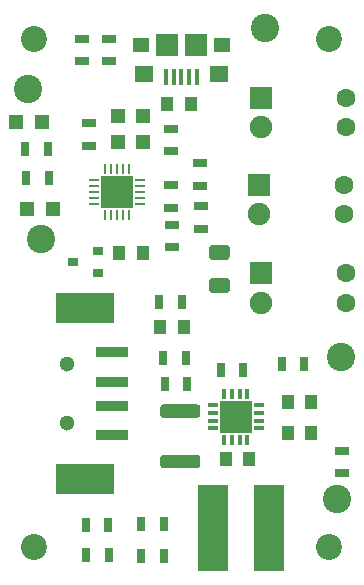
<source format=gts>
G04 #@! TF.GenerationSoftware,KiCad,Pcbnew,5.1.9-73d0e3b20d~88~ubuntu20.04.1*
G04 #@! TF.CreationDate,2021-04-17T15:17:50-04:00*
G04 #@! TF.ProjectId,Antoinette_PowerBank,416e746f-696e-4657-9474-655f506f7765,rev?*
G04 #@! TF.SameCoordinates,Original*
G04 #@! TF.FileFunction,Soldermask,Top*
G04 #@! TF.FilePolarity,Negative*
%FSLAX46Y46*%
G04 Gerber Fmt 4.6, Leading zero omitted, Abs format (unit mm)*
G04 Created by KiCad (PCBNEW 5.1.9-73d0e3b20d~88~ubuntu20.04.1) date 2021-04-17 15:17:50*
%MOMM*%
%LPD*%
G01*
G04 APERTURE LIST*
%ADD10C,2.200000*%
%ADD11R,0.700000X1.300000*%
%ADD12C,2.400000*%
%ADD13R,2.700000X2.700000*%
%ADD14R,0.260000X0.810000*%
%ADD15R,0.810000X0.260000*%
%ADD16R,1.300000X0.700000*%
%ADD17R,0.340000X0.810000*%
%ADD18R,0.810000X0.340000*%
%ADD19R,1.000000X1.250000*%
%ADD20R,1.200000X1.200000*%
%ADD21R,0.900000X0.800000*%
%ADD22R,1.900000X1.900000*%
%ADD23C,1.900000*%
%ADD24C,1.600000*%
%ADD25R,1.450000X1.300000*%
%ADD26R,1.600000X1.400000*%
%ADD27R,0.400000X1.350000*%
%ADD28R,5.000000X2.500000*%
%ADD29R,2.800000X0.900000*%
%ADD30C,1.300000*%
%ADD31R,2.590800X7.315200*%
G04 APERTURE END LIST*
G36*
G01*
X83943597Y-67238800D02*
X86843603Y-67238800D01*
G75*
G02*
X87093600Y-67488797I0J-249997D01*
G01*
X87093600Y-68113803D01*
G75*
G02*
X86843603Y-68363800I-249997J0D01*
G01*
X83943597Y-68363800D01*
G75*
G02*
X83693600Y-68113803I0J249997D01*
G01*
X83693600Y-67488797D01*
G75*
G02*
X83943597Y-67238800I249997J0D01*
G01*
G37*
G36*
G01*
X83943597Y-62963800D02*
X86843603Y-62963800D01*
G75*
G02*
X87093600Y-63213797I0J-249997D01*
G01*
X87093600Y-63838803D01*
G75*
G02*
X86843603Y-64088800I-249997J0D01*
G01*
X83943597Y-64088800D01*
G75*
G02*
X83693600Y-63838803I0J249997D01*
G01*
X83693600Y-63213797D01*
G75*
G02*
X83943597Y-62963800I249997J0D01*
G01*
G37*
D10*
X73000000Y-75000000D03*
X98000000Y-75000000D03*
X98000000Y-32000000D03*
X73000000Y-32000000D03*
D11*
X74240500Y-43769000D03*
X72340500Y-43769000D03*
X85518100Y-54259200D03*
X83618100Y-54259200D03*
X93994000Y-59529700D03*
X95894000Y-59529700D03*
D12*
X92531000Y-31094400D03*
D13*
X80017499Y-44988200D03*
D14*
X81017499Y-46943200D03*
X80517499Y-46943200D03*
X80017499Y-46943200D03*
X79517499Y-46943200D03*
X79017499Y-46943200D03*
D15*
X78062499Y-45988200D03*
X78062499Y-45488200D03*
X78062499Y-44988200D03*
X78062499Y-44488200D03*
X78062499Y-43988200D03*
D14*
X79017499Y-43033200D03*
X79517499Y-43033200D03*
X80017499Y-43033200D03*
X80517499Y-43033200D03*
X81017499Y-43033200D03*
D15*
X81972499Y-43988200D03*
X81972499Y-44488200D03*
X81972499Y-44988200D03*
X81972499Y-45488200D03*
X81972499Y-45988200D03*
D16*
X84644300Y-39633800D03*
X84644300Y-41533800D03*
X79323000Y-33924000D03*
X79323000Y-32024000D03*
D17*
X89130300Y-65955100D03*
X89780300Y-65955100D03*
X90430300Y-65955100D03*
X91080300Y-65955100D03*
D18*
X92060300Y-64975100D03*
X92060300Y-64325100D03*
X92060300Y-63675100D03*
X92060300Y-63025100D03*
D17*
X91080300Y-62045100D03*
X90430300Y-62045100D03*
X89780300Y-62045100D03*
X89130300Y-62045100D03*
D18*
X88150300Y-63025100D03*
X88150300Y-63675100D03*
X88150300Y-64325100D03*
X88150300Y-64975100D03*
D13*
X90105300Y-64000100D03*
D19*
X85695100Y-56418200D03*
X83695100Y-56418200D03*
X84304700Y-37533300D03*
X86304700Y-37533300D03*
X80240700Y-50106300D03*
X82240700Y-50106300D03*
X94490100Y-65371700D03*
X96490100Y-65371700D03*
X96490100Y-62730100D03*
X94490100Y-62730100D03*
X89250000Y-67600000D03*
X91250000Y-67600000D03*
D20*
X80135800Y-40728800D03*
X80135800Y-38528800D03*
X82256700Y-38536600D03*
X82256700Y-40736600D03*
X74644500Y-46372500D03*
X72444500Y-46372500D03*
X73666600Y-39044600D03*
X71466600Y-39044600D03*
G36*
G01*
X88083300Y-49465600D02*
X89333300Y-49465600D01*
G75*
G02*
X89583300Y-49715600I0J-250000D01*
G01*
X89583300Y-50465600D01*
G75*
G02*
X89333300Y-50715600I-250000J0D01*
G01*
X88083300Y-50715600D01*
G75*
G02*
X87833300Y-50465600I0J250000D01*
G01*
X87833300Y-49715600D01*
G75*
G02*
X88083300Y-49465600I250000J0D01*
G01*
G37*
G36*
G01*
X88083300Y-52265600D02*
X89333300Y-52265600D01*
G75*
G02*
X89583300Y-52515600I0J-250000D01*
G01*
X89583300Y-53265600D01*
G75*
G02*
X89333300Y-53515600I-250000J0D01*
G01*
X88083300Y-53515600D01*
G75*
G02*
X87833300Y-53265600I0J250000D01*
G01*
X87833300Y-52515600D01*
G75*
G02*
X88083300Y-52265600I250000J0D01*
G01*
G37*
D21*
X78404500Y-51831000D03*
X78404500Y-49931000D03*
X76304500Y-50881000D03*
D11*
X79307800Y-73156800D03*
X77407800Y-73156800D03*
X79345900Y-75747600D03*
X77445900Y-75747600D03*
D16*
X84593500Y-44393800D03*
X84593500Y-46293800D03*
X84657000Y-47772000D03*
X84657000Y-49672000D03*
D11*
X88825100Y-60063100D03*
X90725100Y-60063100D03*
D16*
X77697400Y-41048700D03*
X77697400Y-39148700D03*
X77037000Y-32024000D03*
X77037000Y-33924000D03*
X99071500Y-68785500D03*
X99071500Y-66885500D03*
D11*
X85962600Y-61269600D03*
X84062600Y-61269600D03*
X85873700Y-58996300D03*
X83973700Y-58996300D03*
X72277000Y-41356000D03*
X74177000Y-41356000D03*
X83981400Y-73106000D03*
X82081400Y-73106000D03*
X83981400Y-75798400D03*
X82081400Y-75798400D03*
D12*
X72528500Y-36276000D03*
X98627000Y-70972400D03*
X98982600Y-58932800D03*
X73608000Y-48976000D03*
D22*
X92264300Y-37012600D03*
D23*
X92264300Y-39512600D03*
D24*
X99444300Y-37012600D03*
X99444300Y-39512600D03*
D22*
X92073800Y-44378600D03*
D23*
X92073800Y-46878600D03*
D24*
X99253800Y-44378600D03*
X99253800Y-46878600D03*
D22*
X92213500Y-51833500D03*
D23*
X92213500Y-54333500D03*
D24*
X99393500Y-51833500D03*
X99393500Y-54333500D03*
D22*
X84295200Y-32542200D03*
X86695200Y-32542200D03*
D25*
X88920200Y-32542200D03*
X82070200Y-32542200D03*
D26*
X82295200Y-34992200D03*
X88695200Y-34992200D03*
D27*
X84195200Y-35217200D03*
X84845200Y-35217200D03*
X85495200Y-35217200D03*
X86145200Y-35217200D03*
X86795200Y-35217200D03*
D28*
X77367000Y-69307000D03*
X77367000Y-54807000D03*
D29*
X79617000Y-63057000D03*
X79617000Y-58557000D03*
X79617000Y-61057000D03*
X79617000Y-65557000D03*
D30*
X75767000Y-64557000D03*
X75767000Y-59557000D03*
D31*
X88199800Y-73410800D03*
X92899800Y-73410800D03*
D16*
X87082700Y-42552300D03*
X87082700Y-44452300D03*
X87158900Y-48097200D03*
X87158900Y-46197200D03*
M02*

</source>
